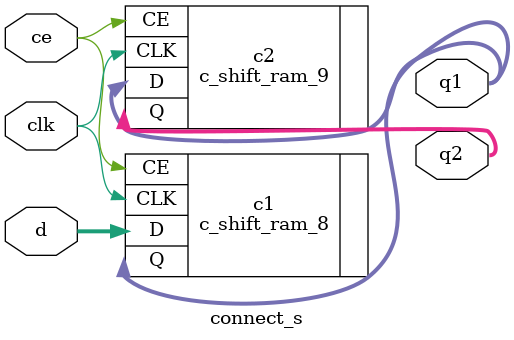
<source format=v>
`timescale 1ns / 1ps


module connect_s(
input [3:0]d,
input clk,
input ce,
output [3:0]q1,
output [3:0]q2
    );
    c_shift_ram_8 c1(
    .D(d),
    .CLK(clk),
    .CE(ce),
    .Q(q1)
    );
    
    c_shift_ram_9 c2(
        .D(q1),
        .CLK(clk),
        .CE(ce),
        .Q(q2)
        );
endmodule
</source>
